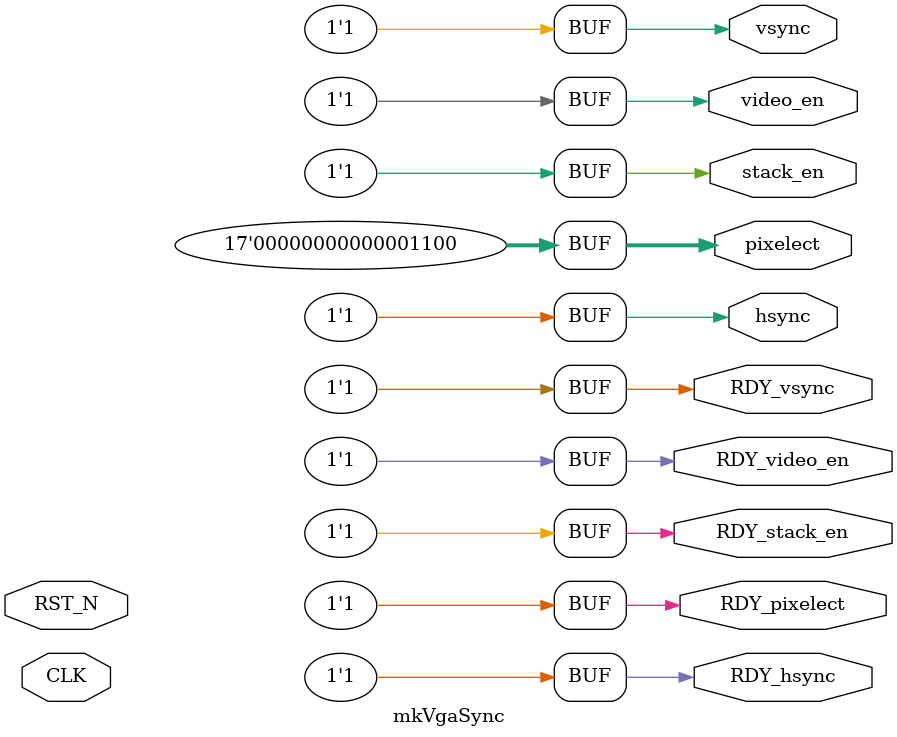
<source format=v>

`ifdef BSV_ASSIGNMENT_DELAY
`else
`define BSV_ASSIGNMENT_DELAY
`endif

module mkVgaSync(CLK,
		 RST_N,

		 pixelect,
		 RDY_pixelect,

		 hsync,
		 RDY_hsync,

		 vsync,
		 RDY_vsync,

		 video_en,
		 RDY_video_en,

		 stack_en,
		 RDY_stack_en);
  input  CLK;
  input  RST_N;

  // value method pixelect
  output [16 : 0] pixelect;
  output RDY_pixelect;

  // value method hsync
  output hsync;
  output RDY_hsync;

  // value method vsync
  output vsync;
  output RDY_vsync;

  // value method video_en
  output video_en;
  output RDY_video_en;

  // value method stack_en
  output stack_en;
  output RDY_stack_en;

  // signals for module outputs
  wire [16 : 0] pixelect;
  wire RDY_hsync,
       RDY_pixelect,
       RDY_stack_en,
       RDY_video_en,
       RDY_vsync,
       hsync,
       stack_en,
       video_en,
       vsync;

  // value method pixelect
  assign pixelect = 17'd12 ;
  assign RDY_pixelect = 1'd1 ;

  // value method hsync
  assign hsync = 1'd1 ;
  assign RDY_hsync = 1'd1 ;

  // value method vsync
  assign vsync = 1'd1 ;
  assign RDY_vsync = 1'd1 ;

  // value method video_en
  assign video_en = 1'd1 ;
  assign RDY_video_en = 1'd1 ;

  // value method stack_en
  assign stack_en = 1'd1 ;
  assign RDY_stack_en = 1'd1 ;
endmodule  // mkVgaSync


</source>
